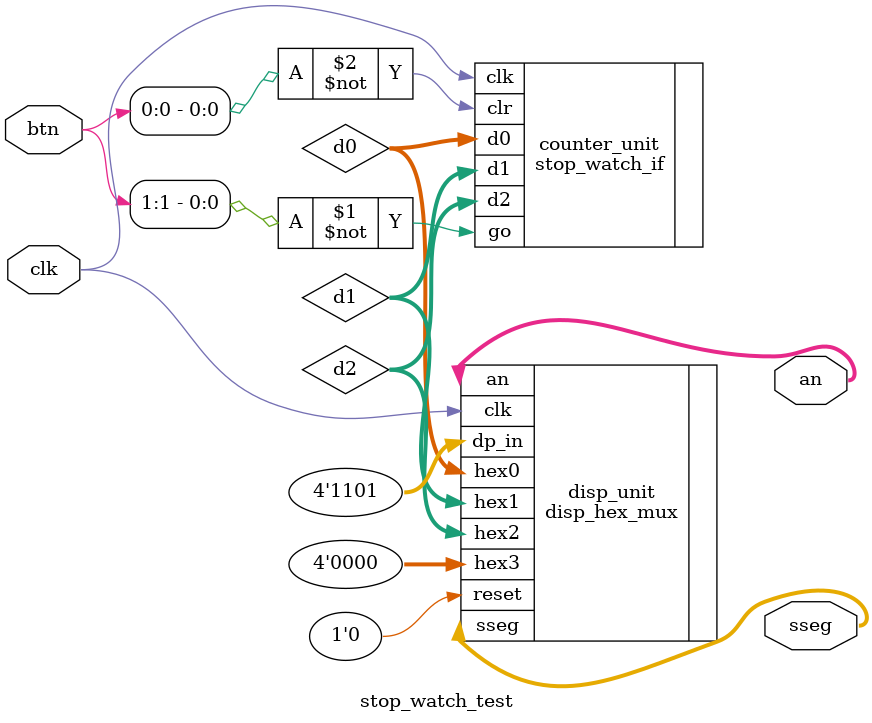
<source format=v>
/***********************************************************************
* Mark1 Notes
* - Inverting button signals
************************************************************************/
module stop_watch_test
   (
    input wire clk,
    input wire [1:0] btn,
    output wire [3:0] an,
    output wire [7:0] sseg
   );

   // signal declaration
   wire [3:0]  d2, d1, d0;

   // instantiate 7-seg LED display module
   disp_hex_mux disp_unit
      (.clk(clk), .reset(1'b0),
       .hex3(4'b0), .hex2(d2), .hex1(d1), .hex0(d0),
       .dp_in(4'b1101), .an(an), .sseg(sseg));

   // instantiate stopwatch
   stop_watch_if counter_unit
      (.clk(clk), .go( ~btn[1]), .clr( ~btn[0]),
       .d2(d2), .d1(d1), .d0(d0) );

endmodule

</source>
